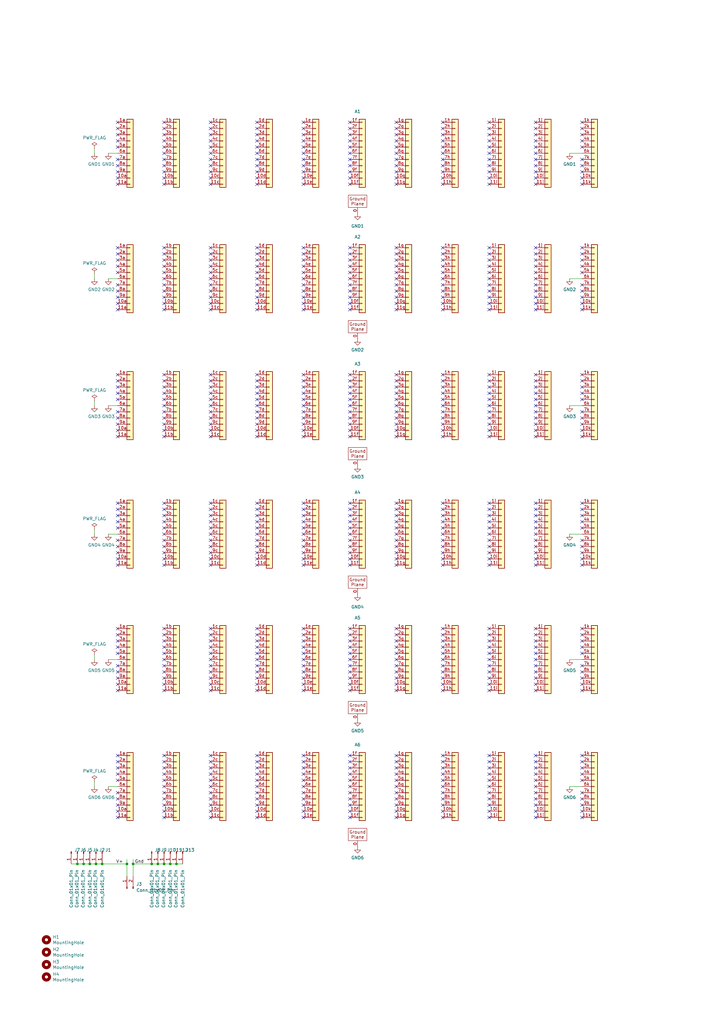
<source format=kicad_sch>
(kicad_sch (version 20231120) (generator "eeschema") (generator_version "8.0")
  (paper "A3" portrait)
  (lib_symbols
    (symbol "Conn_01x01_Pin_1" (pin_names (offset 1.016) hide)
      (property "Reference" "J" (at 0 2.54 0))
      (property "Value" "Conn_01x01_Pin" (at 0 -2.54 0))
      (symbol "Conn_01x01_Pin_1_1_1"
        (pin passive line (at 5.08 0 180) (length 3.81) (name "Pin_1") (number "1"))
      )
    )
    (symbol "Conn_01x01_Pin_2" (pin_names (offset 1.016) hide)
      (property "Reference" "J" (at 0 2.54 0))
      (property "Value" "Conn_01x01_Pin" (at 0 -2.54 0))
      (symbol "Conn_01x01_Pin_2_1_1"
        (pin passive line (at 5.08 0 180) (length 3.81) (name "Pin_1") (number "1"))
      )
    )
    (symbol "Conn_01x01_Pin_3" (pin_names (offset 1.016) hide)
      (property "Reference" "J" (at 0 2.54 0))
      (property "Value" "Conn_01x01_Pin" (at 0 -2.54 0))
      (symbol "Conn_01x01_Pin_3_1_1"
        (pin passive line (at 5.08 0 180) (length 3.81) (name "Pin_1") (number "1"))
      )
    )
    (symbol "Conn_01x01_Pin_4" (pin_names (offset 1.016) hide)
      (property "Reference" "J" (at 0 2.54 0))
      (property "Value" "Conn_01x01_Pin" (at 0 -2.54 0))
      (symbol "Conn_01x01_Pin_4_1_1"
        (pin passive line (at 5.08 0 180) (length 3.81) (name "Pin_1") (number "1"))
      )
    )
    (symbol "Conn_01x01_Pin_5" (pin_names (offset 1.016) hide)
      (property "Reference" "J" (at 0 2.54 0))
      (property "Value" "Conn_01x01_Pin" (at 0 -2.54 0))
      (symbol "Conn_01x01_Pin_5_1_1"
        (pin passive line (at 5.08 0 180) (length 3.81) (name "Pin_1") (number "1"))
      )
    )
    (symbol "Connector:Conn_01x01_Pin" (pin_names (offset 1.016) hide)
      (property "Reference" "J" (at 0 2.54 0))
      (property "Value" "Conn_01x01_Pin" (at 0 -2.54 0))
      (symbol "Conn_01x01_Pin_1_1"
        (pin passive line (at 5.08 0 180) (length 3.81) (name "Pin_1") (number "1"))
      )
    )
    (symbol "Connector:Conn_01x02_Pin" (pin_names (offset 1.016) hide)
      (property "Reference" "J" (at 0 2.54 0))
      (property "Value" "Conn_01x02_Pin" (at 0 -5.08 0))
      (symbol "Conn_01x02_Pin_1_1"
        (pin passive line (at 5.08 0 180) (length 3.81) (name "Pin_1") (number "1"))
        (pin passive line (at 5.08 -2.54 180) (length 3.81) (name "Pin_2") (number "2"))
      )
    )
    (symbol "Mechanical:MountingHole" (pin_names (offset 1.016))
      (property "Reference" "H" (at 0 5.08 0))
      (property "Value" "MountingHole" (at 0 3.175 0))
    )
    (symbol "RF_ProtoBoard:GND4" (power) (pin_names (offset 0))
      (property "Value" "GND4" (at 0 -3.81 0))
      (symbol "GND4_1_1"
        (pin power_in line (at 0 0 270) (length 0) hide (name "GND4") (number "1"))
      )
    )
    (symbol "RF_ProtoBoard:GND5" (power) (pin_names (offset 0))
      (property "Value" "GND5" (at 0 -3.81 0))
      (symbol "GND5_1_1"
        (pin power_in line (at 0 0 270) (length 0) hide (name "GND5") (number "1"))
      )
    )
    (symbol "RF_ProtoBoard:GND6" (power) (pin_names (offset 0))
      (property "Value" "GND6" (at 0 -3.81 0))
      (symbol "GND6_1_1"
        (pin power_in line (at 0 0 270) (length 0) hide (name "GND6") (number "1"))
      )
    )
    (symbol "RF_ProtoBoard:GndRing_RF_ProtoBoard_Module" (pin_names hide) (in_bom no)
      (property "Reference" "A" (at 0 -36.195 0))
      (symbol "GndRing_RF_ProtoBoard_Module_1_1"
        (text "Ground\nPlane" (at 0 -19.685 0) (effects (font (size 1.27 1.27))))
        (pin passive line (at 0 -24.765 90) (length 2.54) (name "Pin_Gnd") (number "0"))
        (pin passive line (at -98.425 -10.16 0) (length 3.81) (name "Pin_10a") (number "10a"))
        (pin passive line (at -79.375 -10.16 0) (length 3.81) (name "Pin_10b") (number "10b"))
        (pin passive line (at -60.325 -10.16 0) (length 3.81) (name "Pin_10c") (number "10c"))
        (pin passive line (at -41.275 -10.16 0) (length 3.81) (name "Pin_10d") (number "10d"))
        (pin passive line (at -22.225 -10.16 0) (length 3.81) (name "Pin_10e") (number "10e"))
        (pin passive line (at -3.175 -10.16 0) (length 3.81) (name "Pin_10f") (number "10f"))
        (pin passive line (at 15.875 -10.16 0) (length 3.81) (name "Pin_10g") (number "10g"))
        (pin passive line (at 34.925 -10.16 0) (length 3.81) (name "Pin_10h") (number "10h"))
        (pin passive line (at 53.975 -10.16 0) (length 3.81) (name "Pin_10i") (number "10i"))
        (pin passive line (at 73.025 -10.16 0) (length 3.81) (name "Pin_10j") (number "10j"))
        (pin passive line (at 92.075 -10.16 0) (length 3.81) (name "Pin_10k") (number "10k"))
        (pin passive line (at -98.425 -12.7 0) (length 3.81) (name "Pin_11a") (number "11a"))
        (pin passive line (at -79.375 -12.7 0) (length 3.81) (name "Pin_11b") (number "11b"))
        (pin passive line (at -60.325 -12.7 0) (length 3.81) (name "Pin_11c") (number "11c"))
        (pin passive line (at -41.275 -12.7 0) (length 3.81) (name "Pin_11d") (number "11d"))
        (pin passive line (at -22.225 -12.7 0) (length 3.81) (name "Pin_11e") (number "11e"))
        (pin passive line (at -3.175 -12.7 0) (length 3.81) (name "Pin_11f") (number "11f"))
        (pin passive line (at 15.875 -12.7 0) (length 3.81) (name "Pin_11g") (number "11g"))
        (pin passive line (at 34.925 -12.7 0) (length 3.81) (name "Pin_11h") (number "11h"))
        (pin passive line (at 53.975 -12.7 0) (length 3.81) (name "Pin_11i") (number "11i"))
        (pin passive line (at 73.025 -12.7 0) (length 3.81) (name "Pin_11j") (number "11j"))
        (pin passive line (at 92.075 -12.7 0) (length 3.81) (name "Pin_11k") (number "11k"))
        (pin passive line (at -98.425 12.7 0) (length 3.81) (name "Pin_1a") (number "1a"))
        (pin passive line (at -79.375 12.7 0) (length 3.81) (name "Pin_1b") (number "1b"))
        (pin passive line (at -60.325 12.7 0) (length 3.81) (name "Pin_1c") (number "1c"))
        (pin passive line (at -41.275 12.7 0) (length 3.81) (name "Pin_1d") (number "1d"))
        (pin passive line (at -22.225 12.7 0) (length 3.81) (name "Pin_1e") (number "1e"))
        (pin passive line (at -3.175 12.7 0) (length 3.81) (name "Pin_1f") (number "1f"))
        (pin passive line (at 15.875 12.7 0) (length 3.81) (name "Pin_1g") (number "1g"))
        (pin passive line (at 34.925 12.7 0) (length 3.81) (name "Pin_1h") (number "1h"))
        (pin passive line (at 53.975 12.7 0) (length 3.81) (name "Pin_1i") (number "1i"))
        (pin passive line (at 73.025 12.7 0) (length 3.81) (name "Pin_1j") (number "1j"))
        (pin passive line (at 92.075 12.7 0) (length 3.81) (name "Pin_1k") (number "1k"))
        (pin passive line (at -98.425 10.16 0) (length 3.81) (name "Pin_2a") (number "2a"))
        (pin passive line (at -79.375 10.16 0) (length 3.81) (name "Pin_2b") (number "2b"))
        (pin passive line (at -60.325 10.16 0) (length 3.81) (name "Pin_2c") (number "2c"))
        (pin passive line (at -41.275 10.16 0) (length 3.81) (name "Pin_2d") (number "2d"))
        (pin passive line (at -22.225 10.16 0) (length 3.81) (name "Pin_2e") (number "2e"))
        (pin passive line (at -3.175 10.16 0) (length 3.81) (name "Pin_2f") (number "2f"))
        (pin passive line (at 15.875 10.16 0) (length 3.81) (name "Pin_2g") (number "2g"))
        (pin passive line (at 34.925 10.16 0) (length 3.81) (name "Pin_2h") (number "2h"))
        (pin passive line (at 53.975 10.16 0) (length 3.81) (name "Pin_2i") (number "2i"))
        (pin passive line (at 73.025 10.16 0) (length 3.81) (name "Pin_2j") (number "2j"))
        (pin passive line (at 92.075 10.16 0) (length 3.81) (name "Pin_2k") (number "2k"))
        (pin passive line (at -98.425 7.62 0) (length 3.81) (name "Pin_3a") (number "3a"))
        (pin passive line (at -79.375 7.62 0) (length 3.81) (name "Pin_3b") (number "3b"))
        (pin passive line (at -60.325 7.62 0) (length 3.81) (name "Pin_3c") (number "3c"))
        (pin passive line (at -41.275 7.62 0) (length 3.81) (name "Pin_3d") (number "3d"))
        (pin passive line (at -22.225 7.62 0) (length 3.81) (name "Pin_3e") (number "3e"))
        (pin passive line (at -3.175 7.62 0) (length 3.81) (name "Pin_3f") (number "3f"))
        (pin passive line (at 15.875 7.62 0) (length 3.81) (name "Pin_3g") (number "3g"))
        (pin passive line (at 34.925 7.62 0) (length 3.81) (name "Pin_3h") (number "3h"))
        (pin passive line (at 53.975 7.62 0) (length 3.81) (name "Pin_3i") (number "3i"))
        (pin passive line (at 73.025 7.62 0) (length 3.81) (name "Pin_3j") (number "3j"))
        (pin passive line (at 92.075 7.62 0) (length 3.81) (name "Pin_3k") (number "3k"))
        (pin passive line (at -98.425 5.08 0) (length 3.81) (name "Pin_4a") (number "4a"))
        (pin passive line (at -79.375 5.08 0) (length 3.81) (name "Pin_4b") (number "4b"))
        (pin passive line (at -60.325 5.08 0) (length 3.81) (name "Pin_4c") (number "4c"))
        (pin passive line (at -41.275 5.08 0) (length 3.81) (name "Pin_4d") (number "4d"))
        (pin passive line (at -22.225 5.08 0) (length 3.81) (name "Pin_4e") (number "4e"))
        (pin passive line (at -3.175 5.08 0) (length 3.81) (name "Pin_4f") (number "4f"))
        (pin passive line (at 15.875 5.08 0) (length 3.81) (name "Pin_4g") (number "4g"))
        (pin passive line (at 34.925 5.08 0) (length 3.81) (name "Pin_4h") (number "4h"))
        (pin passive line (at 53.975 5.08 0) (length 3.81) (name "Pin_4i") (number "4i"))
        (pin passive line (at 73.025 5.08 0) (length 3.81) (name "Pin_4j") (number "4j"))
        (pin passive line (at 92.075 5.08 0) (length 3.81) (name "Pin_4k") (number "4k"))
        (pin passive line (at -98.425 2.54 0) (length 3.81) (name "Pin_5a") (number "5a"))
        (pin passive line (at -79.375 2.54 0) (length 3.81) (name "Pin_5b") (number "5b"))
        (pin passive line (at -60.325 2.54 0) (length 3.81) (name "Pin_5c") (number "5c"))
        (pin passive line (at -41.275 2.54 0) (length 3.81) (name "Pin_5d") (number "5d"))
        (pin passive line (at -22.225 2.54 0) (length 3.81) (name "Pin_5e") (number "5e"))
        (pin passive line (at -3.175 2.54 0) (length 3.81) (name "Pin_5f") (number "5f"))
        (pin passive line (at 15.875 2.54 0) (length 3.81) (name "Pin_5g") (number "5g"))
        (pin passive line (at 34.925 2.54 0) (length 3.81) (name "Pin_5h") (number "5h"))
        (pin passive line (at 53.975 2.54 0) (length 3.81) (name "Pin_5i") (number "5i"))
        (pin passive line (at 73.025 2.54 0) (length 3.81) (name "Pin_5j") (number "5j"))
        (pin passive line (at 92.075 2.54 0) (length 3.81) (name "Pin_5k") (number "5k"))
        (pin passive line (at -98.425 0 0) (length 3.81) (name "Pin_6a") (number "6a"))
        (pin passive line (at -79.375 0 0) (length 3.81) (name "Pin_6b") (number "6b"))
        (pin passive line (at -60.325 0 0) (length 3.81) (name "Pin_6c") (number "6c"))
        (pin passive line (at -41.275 0 0) (length 3.81) (name "Pin_6d") (number "6d"))
        (pin passive line (at -22.225 0 0) (length 3.81) (name "Pin_6e") (number "6e"))
        (pin passive line (at -3.175 0 0) (length 3.81) (name "Pin_6f") (number "6f"))
        (pin passive line (at 15.875 0 0) (length 3.81) (name "Pin_6g") (number "6g"))
        (pin passive line (at 34.925 0 0) (length 3.81) (name "Pin_6h") (number "6h"))
        (pin passive line (at 53.975 0 0) (length 3.81) (name "Pin_6i") (number "6i"))
        (pin passive line (at 73.025 0 0) (length 3.81) (name "Pin_6j") (number "6j"))
        (pin passive line (at 92.075 0 0) (length 3.81) (name "Pin_6k") (number "6k"))
        (pin passive line (at -98.425 -2.54 0) (length 3.81) (name "Pin_7a") (number "7a"))
        (pin passive line (at -79.375 -2.54 0) (length 3.81) (name "Pin_7b") (number "7b"))
        (pin passive line (at -60.325 -2.54 0) (length 3.81) (name "Pin_7c") (number "7c"))
        (pin passive line (at -41.275 -2.54 0) (length 3.81) (name "Pin_7d") (number "7d"))
        (pin passive line (at -22.225 -2.54 0) (length 3.81) (name "Pin_7e") (number "7e"))
        (pin passive line (at -3.175 -2.54 0) (length 3.81) (name "Pin_7f") (number "7f"))
        (pin passive line (at 15.875 -2.54 0) (length 3.81) (name "Pin_7g") (number "7g"))
        (pin passive line (at 34.925 -2.54 0) (length 3.81) (name "Pin_7h") (number "7h"))
        (pin passive line (at 53.975 -2.54 0) (length 3.81) (name "Pin_7i") (number "7i"))
        (pin passive line (at 73.025 -2.54 0) (length 3.81) (name "Pin_7j") (number "7j"))
        (pin passive line (at 92.075 -2.54 0) (length 3.81) (name "Pin_7k") (number "7k"))
        (pin passive line (at -98.425 -5.08 0) (length 3.81) (name "Pin_8a") (number "8a"))
        (pin passive line (at -79.375 -5.08 0) (length 3.81) (name "Pin_8b") (number "8b"))
        (pin passive line (at -60.325 -5.08 0) (length 3.81) (name "Pin_8c") (number "8c"))
        (pin passive line (at -41.275 -5.08 0) (length 3.81) (name "Pin_8d") (number "8d"))
        (pin passive line (at -22.225 -5.08 0) (length 3.81) (name "Pin_8e") (number "8e"))
        (pin passive line (at -3.175 -5.08 0) (length 3.81) (name "Pin_8f") (number "8f"))
        (pin passive line (at 15.875 -5.08 0) (length 3.81) (name "Pin_8g") (number "8g"))
        (pin passive line (at 34.925 -5.08 0) (length 3.81) (name "Pin_8h") (number "8h"))
        (pin passive line (at 53.975 -5.08 0) (length 3.81) (name "Pin_8i") (number "8i"))
        (pin passive line (at 73.025 -5.08 0) (length 3.81) (name "Pin_8j") (number "8j"))
        (pin passive line (at 92.075 -5.08 0) (length 3.81) (name "Pin_8k") (number "8k"))
        (pin passive line (at -98.425 -7.62 0) (length 3.81) (name "Pin_9a") (number "9a"))
        (pin passive line (at -79.375 -7.62 0) (length 3.81) (name "Pin_9b") (number "9b"))
        (pin passive line (at -60.325 -7.62 0) (length 3.81) (name "Pin_9c") (number "9c"))
        (pin passive line (at -41.275 -7.62 0) (length 3.81) (name "Pin_9d") (number "9d"))
        (pin passive line (at -22.225 -7.62 0) (length 3.81) (name "Pin_9e") (number "9e"))
        (pin passive line (at -3.175 -7.62 0) (length 3.81) (name "Pin_9f") (number "9f"))
        (pin passive line (at 15.875 -7.62 0) (length 3.81) (name "Pin_9g") (number "9g"))
        (pin passive line (at 34.925 -7.62 0) (length 3.81) (name "Pin_9h") (number "9h"))
        (pin passive line (at 53.975 -7.62 0) (length 3.81) (name "Pin_9i") (number "9i"))
        (pin passive line (at 73.025 -7.62 0) (length 3.81) (name "Pin_9j") (number "9j"))
        (pin passive line (at 92.075 -7.62 0) (length 3.81) (name "Pin_9k") (number "9k"))
      )
    )
    (symbol "power:GND1" (power) (pin_names (offset 0))
      (property "Value" "GND1" (at 0 -3.81 0))
      (symbol "GND1_1_1"
        (pin power_in line (at 0 0 270) (length 0) hide (name "GND1") (number "1"))
      )
    )
    (symbol "power:GND2" (power) (pin_names (offset 0))
      (property "Value" "GND2" (at 0 -3.81 0))
      (symbol "GND2_1_1"
        (pin power_in line (at 0 0 270) (length 0) hide (name "GND2") (number "1"))
      )
    )
    (symbol "power:GND3" (power) (pin_names (offset 0))
      (property "Value" "GND3" (at 0 -3.81 0))
      (symbol "GND3_1_1"
        (pin power_in line (at 0 0 270) (length 0) hide (name "GND3") (number "1"))
      )
    )
    (symbol "power:PWR_FLAG" (power) (pin_numbers hide) (pin_names (offset 0) hide)
      (property "Value" "PWR_FLAG" (at 0 3.81 0))
      (symbol "PWR_FLAG_0_0"
        (pin power_out line (at 0 0 90) (length 0) (name "pwr") (number "1"))
      )
    )
  )
  (junction (at 69.85 354.33))
  (junction (at 62.23 354.33))
  (junction (at 41.91 354.33))
  (junction (at 39.37 354.33))
  (junction (at 72.39 354.33))
  (junction (at 52.07 354.33))
  (junction (at 31.75 354.33))
  (junction (at 36.83 354.33))
  (junction (at 67.31 354.33))
  (junction (at 54.61 354.33))
  (junction (at 64.77 354.33))
  (junction (at 34.29 354.33))
  (no_connect (at 162.56 327.66))
  (no_connect (at 219.71 67.945))
  (no_connect (at 219.71 153.67))
  (no_connect (at 219.71 283.21))
  (no_connect (at 48.26 127))
  (no_connect (at 105.41 208.915))
  (no_connect (at 238.76 211.455))
  (no_connect (at 48.26 161.29))
  (no_connect (at 67.31 262.89))
  (no_connect (at 67.31 320.04))
  (no_connect (at 143.51 330.2))
  (no_connect (at 143.51 322.58))
  (no_connect (at 86.36 101.6))
  (no_connect (at 181.61 219.075))
  (no_connect (at 181.61 62.865))
  (no_connect (at 124.46 168.91))
  (no_connect (at 181.61 52.705))
  (no_connect (at 219.71 213.995))
  (no_connect (at 219.71 65.405))
  (no_connect (at 143.51 161.29))
  (no_connect (at 219.71 171.45))
  (no_connect (at 105.41 161.29))
  (no_connect (at 162.56 335.28))
  (no_connect (at 143.51 275.59))
  (no_connect (at 143.51 229.235))
  (no_connect (at 200.66 267.97))
  (no_connect (at 143.51 335.28))
  (no_connect (at 105.41 280.67))
  (no_connect (at 143.51 104.14))
  (no_connect (at 67.31 116.84))
  (no_connect (at 219.71 211.455))
  (no_connect (at 162.56 309.88))
  (no_connect (at 219.71 327.66))
  (no_connect (at 86.36 111.76))
  (no_connect (at 219.71 278.13))
  (no_connect (at 105.41 104.14))
  (no_connect (at 200.66 176.53))
  (no_connect (at 162.56 171.45))
  (no_connect (at 143.51 163.83))
  (no_connect (at 143.51 226.695))
  (no_connect (at 181.61 116.84))
  (no_connect (at 162.56 179.07))
  (no_connect (at 219.71 262.89))
  (no_connect (at 143.51 213.995))
  (no_connect (at 162.56 65.405))
  (no_connect (at 143.51 73.025))
  (no_connect (at 238.76 163.83))
  (no_connect (at 200.66 219.075))
  (no_connect (at 143.51 55.245))
  (no_connect (at 200.66 116.84))
  (no_connect (at 124.46 67.945))
  (no_connect (at 67.31 211.455))
  (no_connect (at 219.71 75.565))
  (no_connect (at 67.31 335.28))
  (no_connect (at 67.31 101.6))
  (no_connect (at 200.66 124.46))
  (no_connect (at 105.41 62.865))
  (no_connect (at 181.61 221.615))
  (no_connect (at 105.41 265.43))
  (no_connect (at 238.76 275.59))
  (no_connect (at 219.71 231.775))
  (no_connect (at 143.51 206.375))
  (no_connect (at 162.56 278.13))
  (no_connect (at 219.71 127))
  (no_connect (at 143.51 52.705))
  (no_connect (at 86.36 158.75))
  (no_connect (at 200.66 314.96))
  (no_connect (at 143.51 127))
  (no_connect (at 219.71 166.37))
  (no_connect (at 105.41 224.155))
  (no_connect (at 105.41 124.46))
  (no_connect (at 238.76 330.2))
  (no_connect (at 48.26 226.695))
  (no_connect (at 181.61 273.05))
  (no_connect (at 162.56 127))
  (no_connect (at 48.26 211.455))
  (no_connect (at 48.26 278.13))
  (no_connect (at 238.76 104.14))
  (no_connect (at 124.46 231.775))
  (no_connect (at 162.56 156.21))
  (no_connect (at 48.26 317.5))
  (no_connect (at 86.36 309.88))
  (no_connect (at 181.61 166.37))
  (no_connect (at 181.61 163.83))
  (no_connect (at 86.36 104.14))
  (no_connect (at 86.36 332.74))
  (no_connect (at 238.76 221.615))
  (no_connect (at 105.41 173.99))
  (no_connect (at 67.31 330.2))
  (no_connect (at 143.51 121.92))
  (no_connect (at 67.31 106.68))
  (no_connect (at 181.61 106.68))
  (no_connect (at 219.71 208.915))
  (no_connect (at 48.26 332.74))
  (no_connect (at 124.46 70.485))
  (no_connect (at 219.71 124.46))
  (no_connect (at 124.46 257.81))
  (no_connect (at 143.51 67.945))
  (no_connect (at 200.66 322.58))
  (no_connect (at 162.56 57.785))
  (no_connect (at 162.56 70.485))
  (no_connect (at 238.76 121.92))
  (no_connect (at 48.26 320.04))
  (no_connect (at 48.26 216.535))
  (no_connect (at 181.61 327.66))
  (no_connect (at 124.46 179.07))
  (no_connect (at 67.31 153.67))
  (no_connect (at 238.76 168.91))
  (no_connect (at 48.26 52.705))
  (no_connect (at 181.61 267.97))
  (no_connect (at 162.56 262.89))
  (no_connect (at 48.26 111.76))
  (no_connect (at 143.51 153.67))
  (no_connect (at 219.71 325.12))
  (no_connect (at 181.61 153.67))
  (no_connect (at 124.46 116.84))
  (no_connect (at 200.66 166.37))
  (no_connect (at 162.56 109.22))
  (no_connect (at 105.41 231.775))
  (no_connect (at 105.41 67.945))
  (no_connect (at 162.56 119.38))
  (no_connect (at 143.51 262.89))
  (no_connect (at 124.46 270.51))
  (no_connect (at 86.36 231.775))
  (no_connect (at 105.41 317.5))
  (no_connect (at 181.61 206.375))
  (no_connect (at 124.46 57.785))
  (no_connect (at 238.76 52.705))
  (no_connect (at 238.76 65.405))
  (no_connect (at 67.31 166.37))
  (no_connect (at 105.41 327.66))
  (no_connect (at 200.66 330.2))
  (no_connect (at 162.56 121.92))
  (no_connect (at 162.56 111.76))
  (no_connect (at 124.46 62.865))
  (no_connect (at 200.66 60.325))
  (no_connect (at 181.61 67.945))
  (no_connect (at 181.61 171.45))
  (no_connect (at 162.56 50.165))
  (no_connect (at 48.26 75.565))
  (no_connect (at 67.31 216.535))
  (no_connect (at 219.71 111.76))
  (no_connect (at 219.71 109.22))
  (no_connect (at 67.31 327.66))
  (no_connect (at 48.26 156.21))
  (no_connect (at 181.61 73.025))
  (no_connect (at 200.66 224.155))
  (no_connect (at 200.66 273.05))
  (no_connect (at 200.66 335.28))
  (no_connect (at 86.36 278.13))
  (no_connect (at 67.31 179.07))
  (no_connect (at 48.26 65.405))
  (no_connect (at 67.31 267.97))
  (no_connect (at 86.36 221.615))
  (no_connect (at 181.61 275.59))
  (no_connect (at 124.46 55.245))
  (no_connect (at 105.41 156.21))
  (no_connect (at 181.61 309.88))
  (no_connect (at 86.36 325.12))
  (no_connect (at 162.56 163.83))
  (no_connect (at 48.26 262.89))
  (no_connect (at 124.46 273.05))
  (no_connect (at 219.71 168.91))
  (no_connect (at 124.46 114.3))
  (no_connect (at 48.26 153.67))
  (no_connect (at 48.26 325.12))
  (no_connect (at 105.41 260.35))
  (no_connect (at 143.51 109.22))
  (no_connect (at 105.41 312.42))
  (no_connect (at 67.31 50.165))
  (no_connect (at 219.71 163.83))
  (no_connect (at 162.56 67.945))
  (no_connect (at 162.56 322.58))
  (no_connect (at 124.46 111.76))
  (no_connect (at 67.31 104.14))
  (no_connect (at 238.76 60.325))
  (no_connect (at 143.51 265.43))
  (no_connect (at 143.51 278.13))
  (no_connect (at 200.66 171.45))
  (no_connect (at 219.71 50.165))
  (no_connect (at 105.41 75.565))
  (no_connect (at 219.71 179.07))
  (no_connect (at 238.76 173.99))
  (no_connect (at 238.76 50.165))
  (no_connect (at 200.66 55.245))
  (no_connect (at 181.61 179.07))
  (no_connect (at 105.41 211.455))
  (no_connect (at 143.51 176.53))
  (no_connect (at 48.26 106.68))
  (no_connect (at 143.51 216.535))
  (no_connect (at 86.36 265.43))
  (no_connect (at 105.41 163.83))
  (no_connect (at 105.41 171.45))
  (no_connect (at 67.31 62.865))
  (no_connect (at 219.71 221.615))
  (no_connect (at 143.51 166.37))
  (no_connect (at 181.61 101.6))
  (no_connect (at 162.56 206.375))
  (no_connect (at 143.51 280.67))
  (no_connect (at 181.61 109.22))
  (no_connect (at 124.46 260.35))
  (no_connect (at 48.26 57.785))
  (no_connect (at 86.36 173.99))
  (no_connect (at 143.51 208.915))
  (no_connect (at 48.26 55.245))
  (no_connect (at 200.66 114.3))
  (no_connect (at 86.36 163.83))
  (no_connect (at 86.36 75.565))
  (no_connect (at 238.76 101.6))
  (no_connect (at 181.61 161.29))
  (no_connect (at 86.36 327.66))
  (no_connect (at 67.31 127))
  (no_connect (at 86.36 65.405))
  (no_connect (at 143.51 231.775))
  (no_connect (at 124.46 60.325))
  (no_connect (at 238.76 55.245))
  (no_connect (at 162.56 219.075))
  (no_connect (at 67.31 280.67))
  (no_connect (at 86.36 257.81))
  (no_connect (at 162.56 280.67))
  (no_connect (at 238.76 109.22))
  (no_connect (at 162.56 114.3))
  (no_connect (at 105.41 257.81))
  (no_connect (at 86.36 280.67))
  (no_connect (at 200.66 312.42))
  (no_connect (at 86.36 267.97))
  (no_connect (at 238.76 206.375))
  (no_connect (at 200.66 278.13))
  (no_connect (at 181.61 335.28))
  (no_connect (at 67.31 158.75))
  (no_connect (at 143.51 101.6))
  (no_connect (at 105.41 332.74))
  (no_connect (at 238.76 213.995))
  (no_connect (at 105.41 52.705))
  (no_connect (at 86.36 114.3))
  (no_connect (at 105.41 116.84))
  (no_connect (at 86.36 320.04))
  (no_connect (at 67.31 265.43))
  (no_connect (at 238.76 309.88))
  (no_connect (at 219.71 70.485))
  (no_connect (at 86.36 312.42))
  (no_connect (at 200.66 75.565))
  (no_connect (at 86.36 260.35))
  (no_connect (at 124.46 176.53))
  (no_connect (at 219.71 116.84))
  (no_connect (at 238.76 335.28))
  (no_connect (at 219.71 309.88))
  (no_connect (at 124.46 124.46))
  (no_connect (at 219.71 320.04))
  (no_connect (at 86.36 275.59))
  (no_connect (at 143.51 267.97))
  (no_connect (at 238.76 229.235))
  (no_connect (at 67.31 119.38))
  (no_connect (at 124.46 332.74))
  (no_connect (at 67.31 231.775))
  (no_connect (at 238.76 156.21))
  (no_connect (at 181.61 70.485))
  (no_connect (at 162.56 75.565))
  (no_connect (at 67.31 257.81))
  (no_connect (at 181.61 57.785))
  (no_connect (at 219.71 176.53))
  (no_connect (at 105.41 283.21))
  (no_connect (at 143.51 309.88))
  (no_connect (at 143.51 57.785))
  (no_connect (at 124.46 280.67))
  (no_connect (at 162.56 226.695))
  (no_connect (at 200.66 106.68))
  (no_connect (at 219.71 161.29))
  (no_connect (at 48.26 267.97))
  (no_connect (at 181.61 231.775))
  (no_connect (at 143.51 116.84))
  (no_connect (at 105.41 275.59))
  (no_connect (at 162.56 267.97))
  (no_connect (at 105.41 55.245))
  (no_connect (at 162.56 116.84))
  (no_connect (at 124.46 127))
  (no_connect (at 86.36 119.38))
  (no_connect (at 105.41 158.75))
  (no_connect (at 48.26 327.66))
  (no_connect (at 181.61 156.21))
  (no_connect (at 48.26 116.84))
  (no_connect (at 162.56 265.43))
  (no_connect (at 67.31 270.51))
  (no_connect (at 181.61 114.3))
  (no_connect (at 86.36 121.92))
  (no_connect (at 162.56 211.455))
  (no_connect (at 143.51 273.05))
  (no_connect (at 219.71 260.35))
  (no_connect (at 48.26 275.59))
  (no_connect (at 181.61 325.12))
  (no_connect (at 162.56 101.6))
  (no_connect (at 86.36 52.705))
  (no_connect (at 200.66 156.21))
  (no_connect (at 124.46 101.6))
  (no_connect (at 200.66 109.22))
  (no_connect (at 181.61 168.91))
  (no_connect (at 86.36 229.235))
  (no_connect (at 238.76 179.07))
  (no_connect (at 124.46 166.37))
  (no_connect (at 238.76 124.46))
  (no_connect (at 67.31 325.12))
  (no_connect (at 86.36 116.84))
  (no_connect (at 67.31 67.945))
  (no_connect (at 162.56 104.14))
  (no_connect (at 238.76 119.38))
  (no_connect (at 200.66 173.99))
  (no_connect (at 105.41 206.375))
  (no_connect (at 181.61 176.53))
  (no_connect (at 200.66 320.04))
  (no_connect (at 124.46 65.405))
  (no_connect (at 200.66 168.91))
  (no_connect (at 124.46 283.21))
  (no_connect (at 162.56 173.99))
  (no_connect (at 219.71 156.21))
  (no_connect (at 67.31 208.915))
  (no_connect (at 181.61 216.535))
  (no_connect (at 200.66 213.995))
  (no_connect (at 162.56 260.35))
  (no_connect (at 238.76 208.915))
  (no_connect (at 124.46 309.88))
  (no_connect (at 200.66 104.14))
  (no_connect (at 143.51 179.07))
  (no_connect (at 67.31 275.59))
  (no_connect (at 105.41 114.3))
  (no_connect (at 86.36 216.535))
  (no_connect (at 48.26 208.915))
  (no_connect (at 86.36 224.155))
  (no_connect (at 143.51 221.615))
  (no_connect (at 67.31 70.485))
  (no_connect (at 67.31 206.375))
  (no_connect (at 86.36 226.695))
  (no_connect (at 181.61 330.2))
  (no_connect (at 67.31 73.025))
  (no_connect (at 105.41 309.88))
  (no_connect (at 181.61 320.04))
  (no_connect (at 86.36 283.21))
  (no_connect (at 200.66 221.615))
  (no_connect (at 219.71 312.42))
  (no_connect (at 67.31 114.3))
  (no_connect (at 200.66 327.66))
  (no_connect (at 181.61 65.405))
  (no_connect (at 181.61 60.325))
  (no_connect (at 200.66 275.59))
  (no_connect (at 162.56 221.615))
  (no_connect (at 238.76 278.13))
  (no_connect (at 48.26 265.43))
  (no_connect (at 238.76 314.96))
  (no_connect (at 200.66 70.485))
  (no_connect (at 219.71 317.5))
  (no_connect (at 86.36 208.915))
  (no_connect (at 105.41 335.28))
  (no_connect (at 219.71 219.075))
  (no_connect (at 67.31 163.83))
  (no_connect (at 67.31 65.405))
  (no_connect (at 124.46 153.67))
  (no_connect (at 200.66 332.74))
  (no_connect (at 124.46 109.22))
  (no_connect (at 219.71 270.51))
  (no_connect (at 143.51 60.325))
  (no_connect (at 200.66 280.67))
  (no_connect (at 219.71 104.14))
  (no_connect (at 67.31 161.29))
  (no_connect (at 219.71 55.245))
  (no_connect (at 219.71 206.375))
  (no_connect (at 48.26 173.99))
  (no_connect (at 124.46 173.99))
  (no_connect (at 105.41 168.91))
  (no_connect (at 200.66 67.945))
  (no_connect (at 181.61 121.92))
  (no_connect (at 105.41 219.075))
  (no_connect (at 67.31 124.46))
  (no_connect (at 143.51 62.865))
  (no_connect (at 48.26 179.07))
  (no_connect (at 124.46 158.75))
  (no_connect (at 124.46 50.165))
  (no_connect (at 238.76 111.76))
  (no_connect (at 105.41 50.165))
  (no_connect (at 86.36 73.025))
  (no_connect (at 238.76 127))
  (no_connect (at 181.61 111.76))
  (no_connect (at 200.66 260.35))
  (no_connect (at 86.36 161.29))
  (no_connect (at 67.31 278.13))
  (no_connect (at 105.41 320.04))
  (no_connect (at 67.31 273.05))
  (no_connect (at 105.41 213.995))
  (no_connect (at 219.71 52.705))
  (no_connect (at 238.76 116.84))
  (no_connect (at 105.41 121.92))
  (no_connect (at 238.76 161.29))
  (no_connect (at 67.31 226.695))
  (no_connect (at 105.41 273.05))
  (no_connect (at 124.46 262.89))
  (no_connect (at 238.76 67.945))
  (no_connect (at 200.66 127))
  (no_connect (at 238.76 327.66))
  (no_connect (at 124.46 206.375))
  (no_connect (at 162.56 312.42))
  (no_connect (at 48.26 229.235))
  (no_connect (at 200.66 325.12))
  (no_connect (at 219.71 280.67))
  (no_connect (at 143.51 106.68))
  (no_connect (at 200.66 52.705))
  (no_connect (at 105.41 216.535))
  (no_connect (at 143.51 65.405))
  (no_connect (at 162.56 213.995))
  (no_connect (at 200.66 57.785))
  (no_connect (at 105.41 60.325))
  (no_connect (at 219.71 330.2))
  (no_connect (at 67.31 121.92))
  (no_connect (at 219.71 60.325))
  (no_connect (at 200.66 62.865))
  (no_connect (at 105.41 179.07))
  (no_connect (at 124.46 320.04))
  (no_connect (at 124.46 121.92))
  (no_connect (at 67.31 317.5))
  (no_connect (at 48.26 309.88))
  (no_connect (at 162.56 224.155))
  (no_connect (at 48.26 206.375))
  (no_connect (at 143.51 260.35))
  (no_connect (at 143.51 114.3))
  (no_connect (at 105.41 70.485))
  (no_connect (at 181.61 260.35))
  (no_connect (at 48.26 121.92))
  (no_connect (at 124.46 322.58))
  (no_connect (at 124.46 52.705))
  (no_connect (at 86.36 70.485))
  (no_connect (at 238.76 332.74))
  (no_connect (at 181.61 283.21))
  (no_connect (at 86.36 127))
  (no_connect (at 48.26 73.025))
  (no_connect (at 67.31 314.96))
  (no_connect (at 181.61 75.565))
  (no_connect (at 48.26 168.91))
  (no_connect (at 200.66 119.38))
  (no_connect (at 162.56 275.59))
  (no_connect (at 124.46 327.66))
  (no_connect (at 181.61 127))
  (no_connect (at 200.66 163.83))
  (no_connect (at 238.76 283.21))
  (no_connect (at 124.46 213.995))
  (no_connect (at 200.66 208.915))
  (no_connect (at 124.46 161.29))
  (no_connect (at 105.41 166.37))
  (no_connect (at 200.66 309.88))
  (no_connect (at 48.26 50.165))
  (no_connect (at 200.66 101.6))
  (no_connect (at 48.26 109.22))
  (no_connect (at 162.56 60.325))
  (no_connect (at 86.36 179.07))
  (no_connect (at 238.76 70.485))
  (no_connect (at 200.66 231.775))
  (no_connect (at 48.26 163.83))
  (no_connect (at 124.46 221.615))
  (no_connect (at 200.66 226.695))
  (no_connect (at 238.76 158.75))
  (no_connect (at 219.71 275.59))
  (no_connect (at 124.46 119.38))
  (no_connect (at 238.76 262.89))
  (no_connect (at 162.56 325.12))
  (no_connect (at 162.56 314.96))
  (no_connect (at 200.66 111.76))
  (no_connect (at 105.41 314.96))
  (no_connect (at 143.51 50.165))
  (no_connect (at 48.26 221.615))
  (no_connect (at 219.71 257.81))
  (no_connect (at 238.76 171.45))
  (no_connect (at 105.41 322.58))
  (no_connect (at 162.56 317.5))
  (no_connect (at 162.56 55.245))
  (no_connect (at 67.31 213.995))
  (no_connect (at 86.36 270.51))
  (no_connect (at 143.51 327.66))
  (no_connect (at 143.51 325.12))
  (no_connect (at 67.31 224.155))
  (no_connect (at 238.76 176.53))
  (no_connect (at 238.76 267.97))
  (no_connect (at 124.46 156.21))
  (no_connect (at 219.71 229.235))
  (no_connect (at 219.71 267.97))
  (no_connect (at 181.61 119.38))
  (no_connect (at 86.36 322.58))
  (no_connect (at 86.36 317.5))
  (no_connect (at 105.41 111.76))
  (no_connect (at 67.31 229.235))
  (no_connect (at 219.71 62.865))
  (no_connect (at 200.66 216.535))
  (no_connect (at 86.36 168.91))
  (no_connect (at 48.26 273.05))
  (no_connect (at 105.41 109.22))
  (no_connect (at 67.31 168.91))
  (no_connect (at 48.26 67.945))
  (no_connect (at 162.56 168.91))
  (no_connect (at 124.46 75.565))
  (no_connect (at 181.61 229.235))
  (no_connect (at 238.76 73.025))
  (no_connect (at 48.26 314.96))
  (no_connect (at 86.36 206.375))
  (no_connect (at 86.36 106.68))
  (no_connect (at 86.36 262.89))
  (no_connect (at 238.76 75.565))
  (no_connect (at 48.26 124.46))
  (no_connect (at 162.56 62.865))
  (no_connect (at 219.71 158.75))
  (no_connect (at 200.66 211.455))
  (no_connect (at 105.41 176.53))
  (no_connect (at 200.66 153.67))
  (no_connect (at 200.66 206.375))
  (no_connect (at 200.66 179.07))
  (no_connect (at 124.46 330.2))
  (no_connect (at 48.26 330.2))
  (no_connect (at 105.41 229.235))
  (no_connect (at 67.31 55.245))
  (no_connect (at 143.51 317.5))
  (no_connect (at 219.71 335.28))
  (no_connect (at 200.66 161.29))
  (no_connect (at 143.51 312.42))
  (no_connect (at 143.51 320.04))
  (no_connect (at 105.41 267.97))
  (no_connect (at 67.31 260.35))
  (no_connect (at 219.71 106.68))
  (no_connect (at 162.56 330.2))
  (no_connect (at 162.56 229.235))
  (no_connect (at 143.51 124.46))
  (no_connect (at 181.61 278.13))
  (no_connect (at 124.46 229.235))
  (no_connect (at 67.31 332.74))
  (no_connect (at 219.71 73.025))
  (no_connect (at 200.66 317.5))
  (no_connect (at 86.36 176.53))
  (no_connect (at 124.46 73.025))
  (no_connect (at 67.31 75.565))
  (no_connect (at 143.51 168.91))
  (no_connect (at 86.36 273.05))
  (no_connect (at 48.26 60.325))
  (no_connect (at 181.61 208.915))
  (no_connect (at 86.36 330.2))
  (no_connect (at 219.71 224.155))
  (no_connect (at 200.66 270.51))
  (no_connect (at 181.61 226.695))
  (no_connect (at 105.41 65.405))
  (no_connect (at 143.51 111.76))
  (no_connect (at 86.36 109.22))
  (no_connect (at 48.26 283.21))
  (no_connect (at 105.41 330.2))
  (no_connect (at 105.41 278.13))
  (no_connect (at 67.31 52.705))
  (no_connect (at 162.56 332.74))
  (no_connect (at 219.71 173.99))
  (no_connect (at 67.31 156.21))
  (no_connect (at 143.51 224.155))
  (no_connect (at 86.36 156.21))
  (no_connect (at 143.51 171.45))
  (no_connect (at 219.71 265.43))
  (no_connect (at 124.46 312.42))
  (no_connect (at 162.56 73.025))
  (no_connect (at 86.36 67.945))
  (no_connect (at 219.71 114.3))
  (no_connect (at 124.46 265.43))
  (no_connect (at 238.76 153.67))
  (no_connect (at 200.66 65.405))
  (no_connect (at 124.46 171.45))
  (no_connect (at 86.36 57.785))
  (no_connect (at 181.61 322.58))
  (no_connect (at 238.76 231.775))
  (no_connect (at 162.56 124.46))
  (no_connect (at 48.26 158.75))
  (no_connect (at 162.56 153.67))
  (no_connect (at 219.71 226.695))
  (no_connect (at 238.76 106.68))
  (no_connect (at 200.66 257.81))
  (no_connect (at 124.46 224.155))
  (no_connect (at 143.51 270.51))
  (no_connect (at 86.36 55.245))
  (no_connect (at 86.36 219.075))
  (no_connect (at 143.51 283.21))
  (no_connect (at 219.71 101.6))
  (no_connect (at 181.61 265.43))
  (no_connect (at 143.51 75.565))
  (no_connect (at 162.56 208.915))
  (no_connect (at 124.46 325.12))
  (no_connect (at 162.56 176.53))
  (no_connect (at 200.66 262.89))
  (no_connect (at 67.31 173.99))
  (no_connect (at 124.46 226.695))
  (no_connect (at 105.41 106.68))
  (no_connect (at 67.31 171.45))
  (no_connect (at 162.56 283.21))
  (no_connect (at 181.61 332.74))
  (no_connect (at 143.51 219.075))
  (no_connect (at 200.66 50.165))
  (no_connect (at 219.71 57.785))
  (no_connect (at 48.26 176.53))
  (no_connect (at 181.61 280.67))
  (no_connect (at 124.46 211.455))
  (no_connect (at 181.61 224.155))
  (no_connect (at 48.26 119.38))
  (no_connect (at 238.76 273.05))
  (no_connect (at 67.31 60.325))
  (no_connect (at 162.56 166.37))
  (no_connect (at 238.76 317.5))
  (no_connect (at 162.56 270.51))
  (no_connect (at 238.76 216.535))
  (no_connect (at 143.51 158.75))
  (no_connect (at 200.66 73.025))
  (no_connect (at 67.31 176.53))
  (no_connect (at 238.76 312.42))
  (no_connect (at 143.51 156.21))
  (no_connect (at 124.46 219.075))
  (no_connect (at 181.61 314.96))
  (no_connect (at 105.41 226.695))
  (no_connect (at 124.46 317.5))
  (no_connect (at 67.31 322.58))
  (no_connect (at 67.31 57.785))
  (no_connect (at 162.56 52.705))
  (no_connect (at 238.76 57.785))
  (no_connect (at 238.76 260.35))
  (no_connect (at 86.36 62.865))
  (no_connect (at 124.46 335.28))
  (no_connect (at 181.61 124.46))
  (no_connect (at 124.46 104.14))
  (no_connect (at 48.26 213.995))
  (no_connect (at 219.71 273.05))
  (no_connect (at 181.61 213.995))
  (no_connect (at 181.61 257.81))
  (no_connect (at 67.31 221.615))
  (no_connect (at 105.41 127))
  (no_connect (at 181.61 104.14))
  (no_connect (at 162.56 216.535))
  (no_connect (at 124.46 275.59))
  (no_connect (at 105.41 119.38))
  (no_connect (at 181.61 312.42))
  (no_connect (at 124.46 216.535))
  (no_connect (at 48.26 280.67))
  (no_connect (at 181.61 55.245))
  (no_connect (at 86.36 153.67))
  (no_connect (at 105.41 101.6))
  (no_connect (at 162.56 231.775))
  (no_connect (at 238.76 320.04))
  (no_connect (at 67.31 111.76))
  (no_connect (at 48.26 101.6))
  (no_connect (at 200.66 121.92))
  (no_connect (at 200.66 158.75))
  (no_connect (at 105.41 270.51))
  (no_connect (at 143.51 173.99))
  (no_connect (at 143.51 314.96))
  (no_connect (at 86.36 211.455))
  (no_connect (at 67.31 109.22))
  (no_connect (at 48.26 104.14))
  (no_connect (at 200.66 229.235))
  (no_connect (at 181.61 270.51))
  (no_connect (at 219.71 314.96))
  (no_connect (at 238.76 224.155))
  (no_connect (at 181.61 211.455))
  (no_connect (at 124.46 278.13))
  (no_connect (at 162.56 257.81))
  (no_connect (at 86.36 60.325))
  (no_connect (at 238.76 257.81))
  (no_connect (at 143.51 70.485))
  (no_connect (at 105.41 325.12))
  (no_connect (at 219.71 216.535))
  (no_connect (at 67.31 219.075))
  (no_connect (at 181.61 173.99))
  (no_connect (at 181.61 50.165))
  (no_connect (at 143.51 257.81))
  (no_connect (at 143.51 119.38))
  (no_connect (at 67.31 283.21))
  (no_connect (at 124.46 314.96))
  (no_connect (at 200.66 283.21))
  (no_connect (at 48.26 312.42))
  (no_connect (at 238.76 226.695))
  (no_connect (at 219.71 121.92))
  (no_connect (at 181.61 262.89))
  (no_connect (at 162.56 161.29))
  (no_connect (at 105.41 221.615))
  (no_connect (at 48.26 224.155))
  (no_connect (at 105.41 262.89))
  (no_connect (at 124.46 267.97))
  (no_connect (at 86.36 213.995))
  (no_connect (at 238.76 280.67))
  (no_connect (at 67.31 312.42))
  (no_connect (at 86.36 166.37))
  (no_connect (at 219.71 332.74))
  (no_connect (at 162.56 106.68))
  (no_connect (at 238.76 325.12))
  (no_connect (at 48.26 70.485))
  (no_connect (at 124.46 106.68))
  (no_connect (at 86.36 171.45))
  (no_connect (at 48.26 171.45))
  (no_connect (at 162.56 273.05))
  (no_connect (at 48.26 257.81))
  (no_connect (at 86.36 314.96))
  (no_connect (at 124.46 163.83))
  (no_connect (at 48.26 260.35))
  (no_connect (at 181.61 317.5))
  (no_connect (at 48.26 335.28))
  (no_connect (at 143.51 211.455))
  (no_connect (at 86.36 335.28))
  (no_connect (at 105.41 57.785))
  (no_connect (at 105.41 73.025))
  (no_connect (at 219.71 119.38))
  (no_connect (at 200.66 265.43))
  (no_connect (at 86.36 124.46))
  (no_connect (at 105.41 153.67))
  (no_connect (at 162.56 320.04))
  (no_connect (at 48.26 231.775))
  (no_connect (at 181.61 158.75))
  (no_connect (at 238.76 265.43))
  (no_connect (at 67.31 309.88))
  (no_connect (at 124.46 208.915))
  (no_connect (at 162.56 158.75))
  (no_connect (at 143.51 332.74))
  (no_connect (at 219.71 322.58))
  (no_connect (at 86.36 50.165))
  (wire (pts (xy 38.735 62.865) (xy 38.735 60.96)))
  (wire (pts (xy 54.61 354.33) (xy 54.61 359.41)))
  (wire (pts (xy 44.45 219.075) (xy 48.26 219.075)))
  (wire (pts (xy 36.83 354.33) (xy 39.37 354.33)))
  (wire (pts (xy 52.07 352.425) (xy 52.07 354.33)))
  (wire (pts (xy 31.75 354.33) (xy 34.29 354.33)))
  (wire (pts (xy 44.45 322.58) (xy 48.26 322.58)))
  (wire (pts (xy 69.85 354.33) (xy 67.31 354.33)))
  (wire (pts (xy 67.31 354.33) (xy 64.77 354.33)))
  (wire (pts (xy 34.29 354.33) (xy 36.83 354.33)))
  (wire (pts (xy 38.735 219.075) (xy 38.735 217.17)))
  (wire (pts (xy 41.91 354.33) (xy 52.07 354.33)))
  (wire (pts (xy 64.77 354.33) (xy 62.23 354.33)))
  (wire (pts (xy 44.45 166.37) (xy 48.26 166.37)))
  (wire (pts (xy 233.68 166.37) (xy 238.76 166.37)))
  (wire (pts (xy 38.735 164.465) (xy 38.735 166.37)))
  (wire (pts (xy 44.45 270.51) (xy 48.26 270.51)))
  (wire (pts (xy 233.68 322.58) (xy 238.76 322.58)))
  (wire (pts (xy 38.735 270.51) (xy 38.735 268.605)))
  (wire (pts (xy 44.45 62.865) (xy 48.26 62.865)))
  (wire (pts (xy 233.68 114.3) (xy 238.76 114.3)))
  (wire (pts (xy 44.45 114.3) (xy 48.26 114.3)))
  (wire (pts (xy 233.68 62.865) (xy 238.76 62.865)))
  (wire (pts (xy 52.07 354.33) (xy 52.07 359.41)))
  (wire (pts (xy 38.735 112.395) (xy 38.735 114.3)))
  (wire (pts (xy 39.37 354.33) (xy 41.91 354.33)))
  (wire (pts (xy 62.23 354.33) (xy 54.61 354.33)))
  (wire (pts (xy 74.93 354.33) (xy 72.39 354.33)))
  (wire (pts (xy 38.735 322.58) (xy 38.735 320.675)))
  (wire (pts (xy 72.39 354.33) (xy 69.85 354.33)))
  (wire (pts (xy 233.68 219.075) (xy 238.76 219.075)))
  (wire (pts (xy 233.68 270.51) (xy 238.76 270.51)))
  (wire (pts (xy 54.61 352.425) (xy 54.61 354.33)))
  (wire (pts (xy 29.21 354.33) (xy 31.75 354.33)))
  (label "Gnd" (at 59.055 354.33 180))
  (label "V+" (at 47.625 354.33 0))
  (symbol (lib_id "power:GND2") (at 233.68 114.3 0) (unit 1)
    (property "Reference" "#PWR020" (effects (hide yes)))
    (property "Value" "GND2" (at 233.68 118.745 0))
  )
  (symbol (lib_id "Connector:Conn_01x01_Pin") (at 74.93 349.25 270) (unit 1)
    (property "Reference" "J13" (at 76.2 348.6149 90) (effects (justify left)))
    (property "Value" "Conn_01x01_Pin" (at 74.93 356.616 0) (effects (justify left)))
    (property "Footprint" "Connector_Wire:SolderWire-1sqmm_1x01_D1.4mm_OD3.9mm" (effects (hide yes)))
    (property "Description" "Generic connector, single row, 01x01, script generated" (effects (hide yes)))
  )
  (symbol (lib_id "Mechanical:MountingHole") (at 19.05 385.445 0) (unit 1)
    (property "Reference" "H1" (at 21.59 384.302 0) (effects (justify left)))
    (property "Value" "MountingHole" (at 21.59 386.588 0) (effects (justify left)))
    (property "Footprint" "RF_ProtoBoard:MountingHole_2.7mm_M2.5_Clearance_1.7mm" (effects (hide yes)))
    (property "Field4" "nf" (effects (hide yes)))
    (property "Field5" "nf" (effects (hide yes)))
    (property "Field6" "nf" (effects (hide yes)))
    (property "Field7" "nf" (effects (hide yes)))
    (property "Part Description" "M2.5 mounting hole" (effects (hide yes)))
  )
  (symbol (lib_name "Conn_01x01_Pin_5") (lib_id "Connector:Conn_01x01_Pin") (at 39.37 349.25 270) (unit 1)
    (property "Reference" "J2" (at 40.64 348.6149 90) (effects (justify left)))
    (property "Value" "Conn_01x01_Pin" (at 39.116 356.616 0) (effects (justify left)))
    (property "Footprint" "Connector_Wire:SolderWire-1sqmm_1x01_D1.4mm_OD3.9mm" (effects (hide yes)))
    (property "Description" "Generic connector, single row, 01x01, script generated" (effects (hide yes)))
  )
  (symbol (lib_id "RF_ProtoBoard:GND4") (at 38.735 219.075 0) (unit 1)
    (property "Reference" "#PWR010" (effects (hide yes)))
    (property "Value" "GND4" (at 38.735 223.52 0))
  )
  (symbol (lib_id "RF_ProtoBoard:GND5") (at 233.68 270.51 0) (unit 1)
    (property "Reference" "#PWR023" (effects (hide yes)))
    (property "Value" "GND5" (at 233.68 274.955 0))
  )
  (symbol (lib_name "Conn_01x01_Pin_2") (lib_id "Connector:Conn_01x01_Pin") (at 67.31 349.25 270) (unit 1)
    (property "Reference" "J10" (at 68.58 348.6149 90) (effects (justify left)))
    (property "Value" "Conn_01x01_Pin" (at 67.056 356.616 0) (effects (justify left)))
    (property "Footprint" "Connector_Wire:SolderWire-1sqmm_1x01_D1.4mm_OD3.9mm" (effects (hide yes)))
    (property "Description" "Generic connector, single row, 01x01, script generated" (effects (hide yes)))
  )
  (symbol (lib_id "RF_ProtoBoard:GND4") (at 44.45 219.075 0) (unit 1)
    (property "Reference" "#PWR015" (effects (hide yes)))
    (property "Value" "GND4" (at 44.45 223.52 0))
  )
  (symbol (lib_id "Connector:Conn_01x01_Pin") (at 41.91 349.25 270) (unit 1)
    (property "Reference" "J1" (at 43.18 348.6149 90) (effects (justify left)))
    (property "Value" "Conn_01x01_Pin" (at 41.91 356.616 0) (effects (justify left)))
    (property "Footprint" "Connector_Wire:SolderWire-1sqmm_1x01_D1.4mm_OD3.9mm" (effects (hide yes)))
    (property "Description" "Generic connector, single row, 01x01, script generated" (effects (hide yes)))
  )
  (symbol (lib_id "Mechanical:MountingHole") (at 19.05 395.605 0) (unit 1)
    (property "Reference" "H3" (at 21.59 394.462 0) (effects (justify left)))
    (property "Value" "MountingHole" (at 21.59 396.748 0) (effects (justify left)))
    (property "Footprint" "RF_ProtoBoard:MountingHole_2.7mm_M2.5_Clearance_1.7mm" (effects (hide yes)))
    (property "Field4" "nf" (effects (hide yes)))
    (property "Field5" "nf" (effects (hide yes)))
    (property "Field6" "nf" (effects (hide yes)))
    (property "Field7" "nf" (effects (hide yes)))
    (property "Part Description" "M2.5 mounting hole" (effects (hide yes)))
  )
  (symbol (lib_name "Conn_01x01_Pin_3") (lib_id "Connector:Conn_01x01_Pin") (at 62.23 349.25 270) (unit 1)
    (property "Reference" "J8" (at 63.5 348.6149 90) (effects (justify left)))
    (property "Value" "Conn_01x01_Pin" (at 62.23 356.616 0) (effects (justify left)))
    (property "Footprint" "Connector_Wire:SolderWire-1sqmm_1x01_D1.4mm_OD3.9mm" (effects (hide yes)))
    (property "Description" "Generic connector, single row, 01x01, script generated" (effects (hide yes)))
  )
  (symbol (lib_id "power:GND1") (at 38.735 62.865 0) (unit 1)
    (property "Reference" "#PWR07" (effects (hide yes)))
    (property "Value" "GND1" (at 38.735 67.31 0))
  )
  (symbol (lib_name "Conn_01x01_Pin_4") (lib_id "Connector:Conn_01x01_Pin") (at 31.75 349.25 270) (unit 1)
    (property "Reference" "J6" (at 33.02 348.6149 90) (effects (justify left)))
    (property "Value" "Conn_01x01_Pin" (at 31.496 356.616 0) (effects (justify left)))
    (property "Footprint" "Connector_Wire:SolderWire-1sqmm_1x01_D1.4mm_OD3.9mm" (effects (hide yes)))
    (property "Description" "Generic connector, single row, 01x01, script generated" (effects (hide yes)))
  )
  (symbol (lib_id "power:PWR_FLAG") (at 38.735 320.675 0) (unit 1)
    (property "Reference" "#FLG06" (effects (hide yes)))
    (property "Value" "PWR_FLAG" (at 38.735 316.23 0))
  )
  (symbol (lib_id "power:GND2") (at 44.45 114.3 0) (unit 1)
    (property "Reference" "#PWR017" (effects (hide yes)))
    (property "Value" "GND2" (at 44.45 118.745 0))
  )
  (symbol (lib_id "power:PWR_FLAG") (at 38.735 60.96 0) (unit 1)
    (property "Reference" "#FLG01" (effects (hide yes)))
    (property "Value" "PWR_FLAG" (at 38.735 56.515 0))
  )
  (symbol (lib_name "Conn_01x01_Pin_1") (lib_id "Connector:Conn_01x01_Pin") (at 36.83 349.25 270) (unit 1)
    (property "Reference" "J4" (at 38.1 348.6149 90) (effects (justify left)))
    (property "Value" "Conn_01x01_Pin" (at 36.83 356.616 0) (effects (justify left)))
    (property "Footprint" "Connector_Wire:SolderWire-1sqmm_1x01_D1.4mm_OD3.9mm" (effects (hide yes)))
    (property "Description" "Generic connector, single row, 01x01, script generated" (effects (hide yes)))
  )
  (symbol (lib_name "Conn_01x01_Pin_1") (lib_id "Connector:Conn_01x01_Pin") (at 69.85 349.25 270) (unit 1)
    (property "Reference" "J11" (at 71.12 348.6149 90) (effects (justify left)))
    (property "Value" "Conn_01x01_Pin" (at 69.85 356.616 0) (effects (justify left)))
    (property "Footprint" "Connector_Wire:SolderWire-1sqmm_1x01_D1.4mm_OD3.9mm" (effects (hide yes)))
    (property "Description" "Generic connector, single row, 01x01, script generated" (effects (hide yes)))
  )
  (symbol (lib_name "Conn_01x01_Pin_2") (lib_id "Connector:Conn_01x01_Pin") (at 34.29 349.25 270) (unit 1)
    (property "Reference" "J5" (at 35.56 348.6149 90) (effects (justify left)))
    (property "Value" "Conn_01x01_Pin" (at 34.036 356.616 0) (effects (justify left)))
    (property "Footprint" "Connector_Wire:SolderWire-1sqmm_1x01_D1.4mm_OD3.9mm" (effects (hide yes)))
    (property "Description" "Generic connector, single row, 01x01, script generated" (effects (hide yes)))
  )
  (symbol (lib_id "power:PWR_FLAG") (at 38.735 268.605 0) (unit 1)
    (property "Reference" "#FLG05" (effects (hide yes)))
    (property "Value" "PWR_FLAG" (at 38.735 264.16 0))
  )
  (symbol (lib_id "RF_ProtoBoard:GndRing_RF_ProtoBoard_Module") (at 146.685 270.51 0) (unit 1) (in_bom no)
    (property "Reference" "A5" (at 146.685 253.365 0))
    (property "Value" "GndRing_RF_ProtoBoard_Module" (effects (hide yes)))
    (property "Footprint" "RF_ProtoBoard:GndRing_RF_ProtoBoard_Module" (effects (hide yes)))
  )
  (symbol (lib_id "power:PWR_FLAG") (at 38.735 217.17 0) (unit 1)
    (property "Reference" "#FLG04" (effects (hide yes)))
    (property "Value" "PWR_FLAG" (at 38.735 212.725 0))
  )
  (symbol (lib_id "power:GND3") (at 38.735 166.37 0) (unit 1)
    (property "Reference" "#PWR09" (effects (hide yes)))
    (property "Value" "GND3" (at 38.735 170.815 0))
  )
  (symbol (lib_id "RF_ProtoBoard:GndRing_RF_ProtoBoard_Module") (at 146.685 166.37 0) (unit 1) (in_bom no)
    (property "Reference" "A3" (at 146.685 149.225 0))
    (property "Value" "GndRing_RF_ProtoBoard_Module" (effects (hide yes)))
    (property "Footprint" "RF_ProtoBoard:GndRing_RF_ProtoBoard_Module" (effects (hide yes)))
  )
  (symbol (lib_id "RF_ProtoBoard:GndRing_RF_ProtoBoard_Module") (at 146.685 114.3 0) (unit 1) (in_bom no)
    (property "Reference" "A2" (at 146.685 97.155 0))
    (property "Value" "GndRing_RF_ProtoBoard_Module" (effects (hide yes)))
    (property "Footprint" "RF_ProtoBoard:GndRing_RF_ProtoBoard_Module" (effects (hide yes)))
  )
  (symbol (lib_id "power:GND1") (at 146.685 87.63 0) (unit 1)
    (property "Reference" "#PWR01" (effects (hide yes)))
    (property "Value" "GND1" (at 146.685 92.71 0))
  )
  (symbol (lib_id "RF_ProtoBoard:GND6") (at 38.735 322.58 0) (unit 1)
    (property "Reference" "#PWR012" (effects (hide yes)))
    (property "Value" "GND6" (at 38.735 327.025 0))
  )
  (symbol (lib_id "RF_ProtoBoard:GND6") (at 44.45 322.58 0) (unit 1)
    (property "Reference" "#PWR013" (effects (hide yes)))
    (property "Value" "GND6" (at 44.45 327.025 0))
  )
  (symbol (lib_id "power:GND1") (at 44.45 62.865 0) (unit 1)
    (property "Reference" "#PWR018" (effects (hide yes)))
    (property "Value" "GND1" (at 44.45 67.31 0))
  )
  (symbol (lib_id "RF_ProtoBoard:GND5") (at 38.735 270.51 0) (unit 1)
    (property "Reference" "#PWR011" (effects (hide yes)))
    (property "Value" "GND5" (at 38.735 274.955 0))
  )
  (symbol (lib_id "RF_ProtoBoard:GND5") (at 44.45 270.51 0) (unit 1)
    (property "Reference" "#PWR014" (effects (hide yes)))
    (property "Value" "GND5" (at 44.45 274.955 0))
  )
  (symbol (lib_id "Connector:Conn_01x02_Pin") (at 52.07 364.49 90) (unit 1)
    (property "Reference" "J3" (at 55.88 362.5849 90) (effects (justify right)))
    (property "Value" "Conn_01x02_Pin" (at 55.88 365.1249 90) (effects (justify right)))
    (property "Footprint" "RF_ProtoBoard:CONN_SD-43650-001_02_MOL" (effects (hide yes)))
    (property "Description" "Generic connector, single row, 01x02, script generated" (effects (hide yes)))
  )
  (symbol (lib_id "RF_ProtoBoard:GND4") (at 146.685 243.84 0) (unit 1)
    (property "Reference" "#PWR04" (effects (hide yes)))
    (property "Value" "GND4" (at 146.685 248.92 0))
  )
  (symbol (lib_id "power:GND3") (at 233.68 166.37 0) (unit 1)
    (property "Reference" "#PWR021" (effects (hide yes)))
    (property "Value" "GND3" (at 233.68 170.815 0))
  )
  (symbol (lib_id "power:GND3") (at 44.45 166.37 0) (unit 1)
    (property "Reference" "#PWR016" (effects (hide yes)))
    (property "Value" "GND3" (at 44.45 170.815 0))
  )
  (symbol (lib_id "Mechanical:MountingHole") (at 19.05 400.685 0) (unit 1)
    (property "Reference" "H4" (at 21.59 399.542 0) (effects (justify left)))
    (property "Value" "MountingHole" (at 21.59 401.828 0) (effects (justify left)))
    (property "Footprint" "RF_ProtoBoard:MountingHole_2.7mm_M2.5_Clearance_1.7mm" (effects (hide yes)))
    (property "Field4" "nf" (effects (hide yes)))
    (property "Field5" "nf" (effects (hide yes)))
    (property "Field6" "nf" (effects (hide yes)))
    (property "Field7" "nf" (effects (hide yes)))
    (property "Part Description" "M2.5 mounting hole" (effects (hide yes)))
  )
  (symbol (lib_id "RF_ProtoBoard:GND4") (at 233.68 219.075 0) (unit 1)
    (property "Reference" "#PWR022" (effects (hide yes)))
    (property "Value" "GND4" (at 233.68 223.52 0))
  )
  (symbol (lib_id "power:GND3") (at 146.685 191.135 0) (unit 1)
    (property "Reference" "#PWR03" (effects (hide yes)))
    (property "Value" "GND3" (at 146.685 195.58 0))
  )
  (symbol (lib_id "power:GND1") (at 233.68 62.865 0) (unit 1)
    (property "Reference" "#PWR019" (effects (hide yes)))
    (property "Value" "GND1" (at 233.68 67.31 0))
  )
  (symbol (lib_id "RF_ProtoBoard:GND6") (at 146.685 347.345 0) (unit 1)
    (property "Reference" "#PWR06" (effects (hide yes)))
    (property "Value" "GND6" (at 146.685 351.79 0))
  )
  (symbol (lib_id "power:PWR_FLAG") (at 38.735 164.465 0) (unit 1)
    (property "Reference" "#FLG03" (effects (hide yes)))
    (property "Value" "PWR_FLAG" (at 38.735 160.02 0))
  )
  (symbol (lib_name "Conn_01x01_Pin_4") (lib_id "Connector:Conn_01x01_Pin") (at 64.77 349.25 270) (unit 1)
    (property "Reference" "J9" (at 66.04 348.6149 90) (effects (justify left)))
    (property "Value" "Conn_01x01_Pin" (at 64.516 356.616 0) (effects (justify left)))
    (property "Footprint" "Connector_Wire:SolderWire-1sqmm_1x01_D1.4mm_OD3.9mm" (effects (hide yes)))
    (property "Description" "Generic connector, single row, 01x01, script generated" (effects (hide yes)))
  )
  (symbol (lib_id "Mechanical:MountingHole") (at 19.05 390.525 0) (unit 1)
    (property "Reference" "H2" (at 21.59 389.382 0) (effects (justify left)))
    (property "Value" "MountingHole" (at 21.59 391.668 0) (effects (justify left)))
    (property "Footprint" "RF_ProtoBoard:MountingHole_2.7mm_M2.5_Clearance_1.7mm" (effects (hide yes)))
    (property "Field4" "nf" (effects (hide yes)))
    (property "Field5" "nf" (effects (hide yes)))
    (property "Field6" "nf" (effects (hide yes)))
    (property "Field7" "nf" (effects (hide yes)))
    (property "Part Description" "M2.5 mounting hole" (effects (hide yes)))
  )
  (symbol (lib_id "RF_ProtoBoard:GndRing_RF_ProtoBoard_Module") (at 146.685 219.075 0) (unit 1) (in_bom no)
    (property "Reference" "A4" (at 146.685 201.93 0))
    (property "Value" "GndRing_RF_ProtoBoard_Module" (effects (hide yes)))
    (property "Footprint" "RF_ProtoBoard:GndRing_RF_ProtoBoard_Module" (effects (hide yes)))
  )
  (symbol (lib_id "power:GND2") (at 146.685 139.065 0) (unit 1)
    (property "Reference" "#PWR02" (effects (hide yes)))
    (property "Value" "GND2" (at 146.685 143.51 0))
  )
  (symbol (lib_id "RF_ProtoBoard:GND6") (at 233.68 322.58 0) (unit 1)
    (property "Reference" "#PWR024" (effects (hide yes)))
    (property "Value" "GND6" (at 233.68 327.025 0))
  )
  (symbol (lib_name "Conn_01x01_Pin_5") (lib_id "Connector:Conn_01x01_Pin") (at 72.39 349.25 270) (unit 1)
    (property "Reference" "J12" (at 73.66 348.6149 90) (effects (justify left)))
    (property "Value" "Conn_01x01_Pin" (at 72.136 356.616 0) (effects (justify left)))
    (property "Footprint" "Connector_Wire:SolderWire-1sqmm_1x01_D1.4mm_OD3.9mm" (effects (hide yes)))
    (property "Description" "Generic connector, single row, 01x01, script generated" (effects (hide yes)))
  )
  (symbol (lib_name "Conn_01x01_Pin_3") (lib_id "Connector:Conn_01x01_Pin") (at 29.21 349.25 270) (unit 1)
    (property "Reference" "J7" (at 30.48 348.6149 90) (effects (justify left)))
    (property "Value" "Conn_01x01_Pin" (at 29.21 356.616 0) (effects (justify left)))
    (property "Footprint" "Connector_Wire:SolderWire-1sqmm_1x01_D1.4mm_OD3.9mm" (effects (hide yes)))
    (property "Description" "Generic connector, single row, 01x01, script generated" (effects (hide yes)))
  )
  (symbol (lib_id "power:PWR_FLAG") (at 38.735 112.395 0) (unit 1)
    (property "Reference" "#FLG02" (effects (hide yes)))
    (property "Value" "PWR_FLAG" (at 38.735 107.95 0))
  )
  (symbol (lib_id "RF_ProtoBoard:GndRing_RF_ProtoBoard_Module") (at 146.685 322.58 0) (unit 1) (in_bom no)
    (property "Reference" "A6" (at 146.685 305.435 0))
    (property "Value" "GndRing_RF_ProtoBoard_Module" (effects (hide yes)))
    (property "Footprint" "RF_ProtoBoard:GndRing_RF_ProtoBoard_Module" (effects (hide yes)))
  )
  (symbol (lib_id "RF_ProtoBoard:GND5") (at 146.685 295.275 0) (unit 1)
    (property "Reference" "#PWR05" (effects (hide yes)))
    (property "Value" "GND5" (at 146.685 299.72 0))
  )
  (symbol (lib_id "RF_ProtoBoard:GndRing_RF_ProtoBoard_Module") (at 146.685 62.865 0) (unit 1) (in_bom no)
    (property "Reference" "A1" (at 146.685 45.72 0))
    (property "Value" "GndRing_RF_ProtoBoard_Module" (effects (hide yes)))
    (property "Footprint" "RF_ProtoBoard:GndRing_RF_ProtoBoard_Module" (effects (hide yes)))
  )
  (symbol (lib_id "power:GND2") (at 38.735 114.3 0) (unit 1)
    (property "Reference" "#PWR08" (effects (hide yes)))
    (property "Value" "GND2" (at 38.735 118.745 0))
  )
)
</source>
